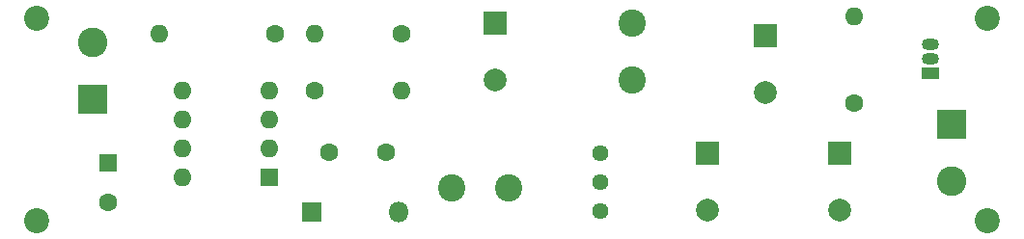
<source format=gbs>
%TF.GenerationSoftware,KiCad,Pcbnew,(5.1.12)-1*%
%TF.CreationDate,2022-12-13T06:15:56+01:00*%
%TF.ProjectId,MC34063_invert,4d433334-3036-4335-9f69-6e766572742e,rev?*%
%TF.SameCoordinates,Original*%
%TF.FileFunction,Soldermask,Bot*%
%TF.FilePolarity,Negative*%
%FSLAX46Y46*%
G04 Gerber Fmt 4.6, Leading zero omitted, Abs format (unit mm)*
G04 Created by KiCad (PCBNEW (5.1.12)-1) date 2022-12-13 06:15:56*
%MOMM*%
%LPD*%
G01*
G04 APERTURE LIST*
%ADD10C,1.600000*%
%ADD11O,1.800000X1.800000*%
%ADD12R,1.800000X1.800000*%
%ADD13C,2.600000*%
%ADD14R,2.600000X2.600000*%
%ADD15C,2.400000*%
%ADD16O,1.600000X1.600000*%
%ADD17C,1.440000*%
%ADD18R,1.600000X1.600000*%
%ADD19R,2.000000X2.000000*%
%ADD20C,2.000000*%
%ADD21C,2.200000*%
%ADD22R,1.500000X1.050000*%
%ADD23O,1.500000X1.050000*%
G04 APERTURE END LIST*
D10*
%TO.C,C2*%
X73200000Y-73400000D03*
X78200000Y-73400000D03*
%TD*%
D11*
%TO.C,D1*%
X79320000Y-78600000D03*
D12*
X71700000Y-78600000D03*
%TD*%
D13*
%TO.C,J1*%
X52500000Y-63700000D03*
D14*
X52500000Y-68700000D03*
%TD*%
%TO.C,J2*%
X127800000Y-70900000D03*
D13*
X127800000Y-75900000D03*
%TD*%
D15*
%TO.C,L1*%
X89000000Y-76500000D03*
X84000000Y-76500000D03*
%TD*%
%TO.C,L2*%
X99800000Y-67000000D03*
X99800000Y-62000000D03*
%TD*%
D10*
%TO.C,R1*%
X68500000Y-63000000D03*
D16*
X58340000Y-63000000D03*
%TD*%
D10*
%TO.C,R2*%
X79600000Y-63000000D03*
D16*
X71980000Y-63000000D03*
%TD*%
D10*
%TO.C,R4*%
X72000000Y-68000000D03*
D16*
X79620000Y-68000000D03*
%TD*%
%TO.C,R5*%
X119300000Y-61480000D03*
D10*
X119300000Y-69100000D03*
%TD*%
D17*
%TO.C,RV1*%
X97000000Y-78580000D03*
X97000000Y-76040000D03*
X97000000Y-73500000D03*
%TD*%
D18*
%TO.C,U1*%
X68000000Y-75600000D03*
D16*
X60380000Y-67980000D03*
X68000000Y-73060000D03*
X60380000Y-70520000D03*
X68000000Y-70520000D03*
X60380000Y-73060000D03*
X68000000Y-67980000D03*
X60380000Y-75600000D03*
%TD*%
D19*
%TO.C,C3*%
X87800000Y-62000000D03*
D20*
X87800000Y-67000000D03*
%TD*%
D19*
%TO.C,C4*%
X106400000Y-73500000D03*
D20*
X106400000Y-78500000D03*
%TD*%
%TO.C,C5*%
X111500000Y-68100000D03*
D19*
X111500000Y-63100000D03*
%TD*%
D20*
%TO.C,C6*%
X118000000Y-78500000D03*
D19*
X118000000Y-73500000D03*
%TD*%
D21*
%TO.C,H1*%
X47600000Y-79400000D03*
%TD*%
%TO.C,H2*%
X47600000Y-61600000D03*
%TD*%
%TO.C,H3*%
X131000000Y-61600000D03*
%TD*%
%TO.C,H4*%
X131000000Y-79400000D03*
%TD*%
D18*
%TO.C,C1*%
X53800000Y-74300000D03*
D10*
X53800000Y-77800000D03*
%TD*%
D22*
%TO.C,Q1*%
X126000000Y-66400000D03*
D23*
X126000000Y-63860000D03*
X126000000Y-65130000D03*
%TD*%
M02*

</source>
